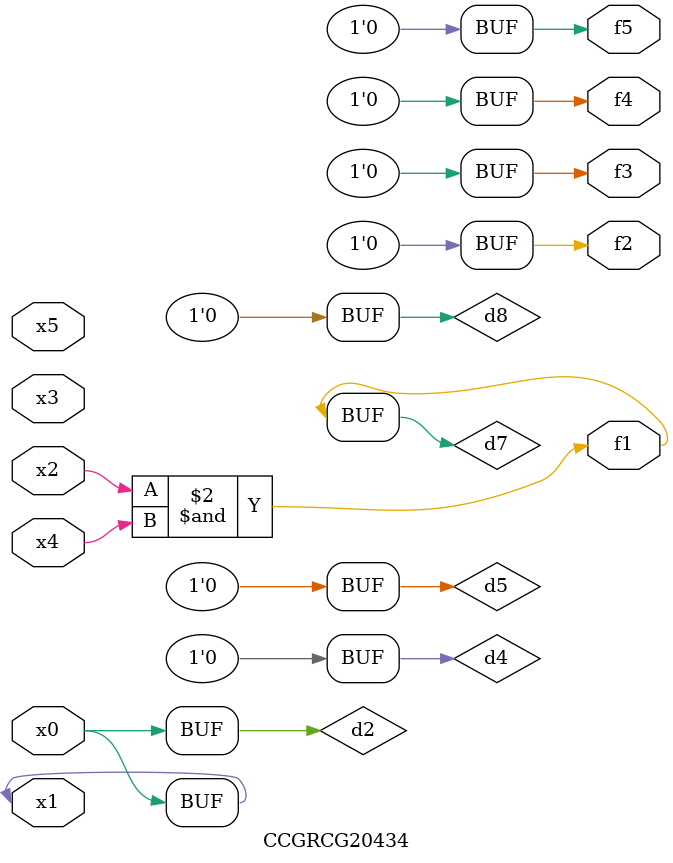
<source format=v>
module CCGRCG20434(
	input x0, x1, x2, x3, x4, x5,
	output f1, f2, f3, f4, f5
);

	wire d1, d2, d3, d4, d5, d6, d7, d8, d9;

	nand (d1, x1);
	buf (d2, x0, x1);
	nand (d3, x2, x4);
	and (d4, d1, d2);
	and (d5, d1, d2);
	nand (d6, d1, d3);
	not (d7, d3);
	xor (d8, d5);
	nor (d9, d5, d6);
	assign f1 = d7;
	assign f2 = d8;
	assign f3 = d8;
	assign f4 = d8;
	assign f5 = d8;
endmodule

</source>
